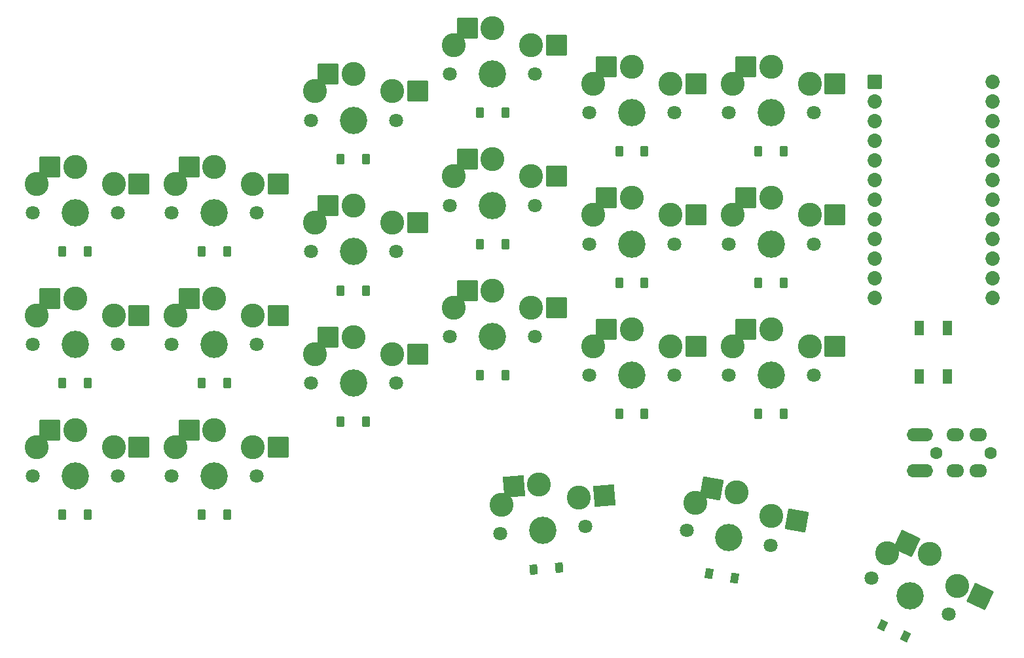
<source format=gbr>
%TF.GenerationSoftware,KiCad,Pcbnew,8.0.7*%
%TF.CreationDate,2024-12-30T14:18:56+04:00*%
%TF.ProjectId,ergoblock,6572676f-626c-46f6-936b-2e6b69636164,v1.0.0*%
%TF.SameCoordinates,Original*%
%TF.FileFunction,Soldermask,Bot*%
%TF.FilePolarity,Negative*%
%FSLAX46Y46*%
G04 Gerber Fmt 4.6, Leading zero omitted, Abs format (unit mm)*
G04 Created by KiCad (PCBNEW 8.0.7) date 2024-12-30 14:18:56*
%MOMM*%
%LPD*%
G01*
G04 APERTURE LIST*
G04 Aperture macros list*
%AMRoundRect*
0 Rectangle with rounded corners*
0 $1 Rounding radius*
0 $2 $3 $4 $5 $6 $7 $8 $9 X,Y pos of 4 corners*
0 Add a 4 corners polygon primitive as box body*
4,1,4,$2,$3,$4,$5,$6,$7,$8,$9,$2,$3,0*
0 Add four circle primitives for the rounded corners*
1,1,$1+$1,$2,$3*
1,1,$1+$1,$4,$5*
1,1,$1+$1,$6,$7*
1,1,$1+$1,$8,$9*
0 Add four rect primitives between the rounded corners*
20,1,$1+$1,$2,$3,$4,$5,0*
20,1,$1+$1,$4,$5,$6,$7,0*
20,1,$1+$1,$6,$7,$8,$9,0*
20,1,$1+$1,$8,$9,$2,$3,0*%
G04 Aperture macros list end*
%ADD10C,1.801800*%
%ADD11C,3.100000*%
%ADD12C,3.529000*%
%ADD13RoundRect,0.050000X-1.300000X-1.300000X1.300000X-1.300000X1.300000X1.300000X-1.300000X1.300000X0*%
%ADD14RoundRect,0.050000X-0.450000X-0.600000X0.450000X-0.600000X0.450000X0.600000X-0.450000X0.600000X0*%
%ADD15RoundRect,0.050000X-1.505993X-1.054507X1.054507X-1.505993X1.505993X1.054507X-1.054507X1.505993X0*%
%ADD16RoundRect,0.050000X-0.876300X0.876300X-0.876300X-0.876300X0.876300X-0.876300X0.876300X0.876300X0*%
%ADD17C,1.852600*%
%ADD18RoundRect,0.050000X-1.181751X-1.408356X1.408356X-1.181751X1.181751X1.408356X-1.408356X1.181751X0*%
%ADD19RoundRect,0.050000X-0.661409X-0.353606X0.154268X-0.733963X0.661409X0.353606X-0.154268X0.733963X0*%
%ADD20RoundRect,0.050000X-0.395994X-0.636937X0.500581X-0.558497X0.395994X0.636937X-0.500581X0.558497X0*%
%ADD21RoundRect,0.050000X-0.547352X-0.512743X0.338975X-0.669026X0.547352X0.512743X-0.338975X0.669026X0*%
%ADD22C,1.600000*%
%ADD23O,2.300000X1.700000*%
%ADD24O,3.400000X1.700000*%
%ADD25RoundRect,0.050000X-1.727604X-0.628796X0.628796X-1.727604X1.727604X0.628796X-0.628796X1.727604X0*%
%ADD26RoundRect,0.050000X-0.550000X0.900000X-0.550000X-0.900000X0.550000X-0.900000X0.550000X0.900000X0*%
G04 APERTURE END LIST*
D10*
%TO.C,S6*%
X162500000Y-116000000D03*
D11*
X163000000Y-112250000D03*
X168000000Y-110050000D03*
X168000000Y-110050000D03*
D12*
X168000000Y-116000000D03*
D11*
X173000000Y-112250000D03*
D10*
X173500000Y-116000000D03*
D13*
X164725000Y-110050000D03*
X176275000Y-112250000D03*
%TD*%
D10*
%TO.C,S1*%
X144500000Y-150000000D03*
D11*
X145000000Y-146250000D03*
X150000000Y-144050000D03*
X150000000Y-144050000D03*
D12*
X150000000Y-150000000D03*
D11*
X155000000Y-146250000D03*
D10*
X155500000Y-150000000D03*
D13*
X146725000Y-144050000D03*
X158275000Y-146250000D03*
%TD*%
D14*
%TO.C,D3*%
X148350000Y-121000000D03*
X151650000Y-121000000D03*
%TD*%
%TO.C,D6*%
X166350000Y-121000000D03*
X169650000Y-121000000D03*
%TD*%
%TO.C,D14*%
X220350000Y-125000000D03*
X223650000Y-125000000D03*
%TD*%
D10*
%TO.C,S10*%
X198500000Y-132000000D03*
D11*
X199000000Y-128250000D03*
X204000000Y-126050000D03*
X204000000Y-126050000D03*
D12*
X204000000Y-132000000D03*
D11*
X209000000Y-128250000D03*
D10*
X209500000Y-132000000D03*
D13*
X200725000Y-126050000D03*
X212275000Y-128250000D03*
%TD*%
D14*
%TO.C,D10*%
X202350000Y-137000000D03*
X205650000Y-137000000D03*
%TD*%
%TO.C,D8*%
X184350000Y-126000000D03*
X187650000Y-126000000D03*
%TD*%
D10*
%TO.C,S20*%
X229083557Y-157044935D03*
D11*
X230227142Y-153438730D03*
X235533207Y-152140394D03*
X235533207Y-152140394D03*
D12*
X234500000Y-158000000D03*
D11*
X240075219Y-155175212D03*
D10*
X239916443Y-158955065D03*
D15*
X232307961Y-151571696D03*
X243300465Y-155743910D03*
%TD*%
D16*
%TO.C,MCU1*%
X253380000Y-99030000D03*
D17*
X253380000Y-101570000D03*
X253380000Y-104110000D03*
X253380000Y-106650000D03*
X253380000Y-109190000D03*
X253380000Y-111730000D03*
X253380000Y-114270000D03*
X253380000Y-116810000D03*
X253380000Y-119350000D03*
X253380000Y-121890000D03*
X253380000Y-124430000D03*
X253380000Y-126970000D03*
X268620000Y-99030000D03*
X268620000Y-101570000D03*
X268620000Y-104110000D03*
X268620000Y-106650000D03*
X268620000Y-109190000D03*
X268620000Y-111730000D03*
X268620000Y-114270000D03*
X268620000Y-116810000D03*
X268620000Y-119350000D03*
X268620000Y-121890000D03*
X268620000Y-124430000D03*
X268620000Y-126970000D03*
%TD*%
D14*
%TO.C,D17*%
X238350000Y-125000000D03*
X241650000Y-125000000D03*
%TD*%
D10*
%TO.C,S14*%
X216500000Y-120000000D03*
D11*
X217000000Y-116250000D03*
X222000000Y-114050000D03*
X222000000Y-114050000D03*
D12*
X222000000Y-120000000D03*
D11*
X227000000Y-116250000D03*
D10*
X227500000Y-120000000D03*
D13*
X218725000Y-114050000D03*
X230275000Y-116250000D03*
%TD*%
D10*
%TO.C,S2*%
X144500000Y-133000000D03*
D11*
X145000000Y-129250000D03*
X150000000Y-127050000D03*
X150000000Y-127050000D03*
D12*
X150000000Y-133000000D03*
D11*
X155000000Y-129250000D03*
D10*
X155500000Y-133000000D03*
D13*
X146725000Y-127050000D03*
X158275000Y-129250000D03*
%TD*%
D10*
%TO.C,S3*%
X144500000Y-116000000D03*
D11*
X145000000Y-112250000D03*
X150000000Y-110050000D03*
X150000000Y-110050000D03*
D12*
X150000000Y-116000000D03*
D11*
X155000000Y-112250000D03*
D10*
X155500000Y-116000000D03*
D13*
X146725000Y-110050000D03*
X158275000Y-112250000D03*
%TD*%
D14*
%TO.C,D12*%
X202350000Y-103000000D03*
X205650000Y-103000000D03*
%TD*%
%TO.C,D13*%
X220350000Y-142000000D03*
X223650000Y-142000000D03*
%TD*%
%TO.C,D11*%
X202350000Y-120000000D03*
X205650000Y-120000000D03*
%TD*%
D10*
%TO.C,S13*%
X216500000Y-137000000D03*
D11*
X217000000Y-133250000D03*
X222000000Y-131050000D03*
X222000000Y-131050000D03*
D12*
X222000000Y-137000000D03*
D11*
X227000000Y-133250000D03*
D10*
X227500000Y-137000000D03*
D13*
X218725000Y-131050000D03*
X230275000Y-133250000D03*
%TD*%
D14*
%TO.C,D1*%
X148350000Y-155000000D03*
X151650000Y-155000000D03*
%TD*%
D10*
%TO.C,S18*%
X234500000Y-103000000D03*
D11*
X235000000Y-99250000D03*
X240000000Y-97050000D03*
X240000000Y-97050000D03*
D12*
X240000000Y-103000000D03*
D11*
X245000000Y-99250000D03*
D10*
X245500000Y-103000000D03*
D13*
X236725000Y-97050000D03*
X248275000Y-99250000D03*
%TD*%
D10*
%TO.C,S4*%
X162500000Y-150000000D03*
D11*
X163000000Y-146250000D03*
X168000000Y-144050000D03*
X168000000Y-144050000D03*
D12*
X168000000Y-150000000D03*
D11*
X173000000Y-146250000D03*
D10*
X173500000Y-150000000D03*
D13*
X164725000Y-144050000D03*
X176275000Y-146250000D03*
%TD*%
D14*
%TO.C,D5*%
X166350000Y-138000000D03*
X169650000Y-138000000D03*
%TD*%
D10*
%TO.C,S9*%
X180500000Y-104000000D03*
D11*
X181000000Y-100250000D03*
X186000000Y-98050000D03*
X186000000Y-98050000D03*
D12*
X186000000Y-104000000D03*
D11*
X191000000Y-100250000D03*
D10*
X191500000Y-104000000D03*
D13*
X182725000Y-98050000D03*
X194275000Y-100250000D03*
%TD*%
D10*
%TO.C,S7*%
X180500000Y-138000000D03*
D11*
X181000000Y-134250000D03*
X186000000Y-132050000D03*
X186000000Y-132050000D03*
D12*
X186000000Y-138000000D03*
D11*
X191000000Y-134250000D03*
D10*
X191500000Y-138000000D03*
D13*
X182725000Y-132050000D03*
X194275000Y-134250000D03*
%TD*%
D10*
%TO.C,S8*%
X180500000Y-121000000D03*
D11*
X181000000Y-117250000D03*
X186000000Y-115050000D03*
X186000000Y-115050000D03*
D12*
X186000000Y-121000000D03*
D11*
X191000000Y-117250000D03*
D10*
X191500000Y-121000000D03*
D13*
X182725000Y-115050000D03*
X194275000Y-117250000D03*
%TD*%
D10*
%TO.C,S19*%
X205020929Y-157479357D03*
D11*
X205192190Y-153700049D03*
X209981423Y-151072642D03*
X209981423Y-151072642D03*
D12*
X210500000Y-157000000D03*
D11*
X215154139Y-152828491D03*
D10*
X215979071Y-156520643D03*
D18*
X206718886Y-151358077D03*
X218416677Y-152543056D03*
%TD*%
D14*
%TO.C,D15*%
X220350000Y-108000000D03*
X223650000Y-108000000D03*
%TD*%
%TO.C,D18*%
X238350000Y-108000000D03*
X241650000Y-108000000D03*
%TD*%
D19*
%TO.C,D21*%
X254391501Y-169334219D03*
X257382317Y-170728859D03*
%TD*%
D14*
%TO.C,D7*%
X184350000Y-143000000D03*
X187650000Y-143000000D03*
%TD*%
%TO.C,D2*%
X148350000Y-138000000D03*
X151650000Y-138000000D03*
%TD*%
D10*
%TO.C,S15*%
X216500000Y-103000000D03*
D11*
X217000000Y-99250000D03*
X222000000Y-97050000D03*
X222000000Y-97050000D03*
D12*
X222000000Y-103000000D03*
D11*
X227000000Y-99250000D03*
D10*
X227500000Y-103000000D03*
D13*
X218725000Y-97050000D03*
X230275000Y-99250000D03*
%TD*%
D10*
%TO.C,S16*%
X234500000Y-137000000D03*
D11*
X235000000Y-133250000D03*
X240000000Y-131050000D03*
X240000000Y-131050000D03*
D12*
X240000000Y-137000000D03*
D11*
X245000000Y-133250000D03*
D10*
X245500000Y-137000000D03*
D13*
X236725000Y-131050000D03*
X248275000Y-133250000D03*
%TD*%
D14*
%TO.C,D9*%
X184350000Y-109000000D03*
X187650000Y-109000000D03*
%TD*%
D20*
%TO.C,D19*%
X209292058Y-162124781D03*
X212579500Y-161837167D03*
%TD*%
D21*
%TO.C,D20*%
X232006826Y-162637520D03*
X235256692Y-163210558D03*
%TD*%
D10*
%TO.C,S12*%
X198500000Y-98000000D03*
D11*
X199000000Y-94250000D03*
X204000000Y-92050000D03*
X204000000Y-92050000D03*
D12*
X204000000Y-98000000D03*
D11*
X209000000Y-94250000D03*
D10*
X209500000Y-98000000D03*
D13*
X200725000Y-92050000D03*
X212275000Y-94250000D03*
%TD*%
D10*
%TO.C,S5*%
X162500000Y-133000000D03*
D11*
X163000000Y-129250000D03*
X168000000Y-127050000D03*
X168000000Y-127050000D03*
D12*
X168000000Y-133000000D03*
D11*
X173000000Y-129250000D03*
D10*
X173500000Y-133000000D03*
D13*
X164725000Y-127050000D03*
X176275000Y-129250000D03*
%TD*%
D10*
%TO.C,S11*%
X198500000Y-115000000D03*
D11*
X199000000Y-111250000D03*
X204000000Y-109050000D03*
X204000000Y-109050000D03*
D12*
X204000000Y-115000000D03*
D11*
X209000000Y-111250000D03*
D10*
X209500000Y-115000000D03*
D13*
X200725000Y-109050000D03*
X212275000Y-111250000D03*
%TD*%
D14*
%TO.C,D4*%
X166350000Y-155000000D03*
X169650000Y-155000000D03*
%TD*%
D22*
%TO.C,TRRS1*%
X268400000Y-147000000D03*
X261400000Y-147000000D03*
D23*
X266800000Y-144700000D03*
X266800000Y-149300000D03*
X263800000Y-144700000D03*
X263800000Y-149300000D03*
D24*
X259250000Y-144700000D03*
X259250000Y-149300000D03*
%TD*%
D10*
%TO.C,S21*%
X253015307Y-163175600D03*
D11*
X255053280Y-159988254D03*
X260514579Y-160107469D03*
X260514579Y-160107469D03*
D12*
X258000000Y-165500000D03*
D11*
X264116357Y-164214437D03*
D10*
X262984693Y-167824400D03*
D25*
X257546421Y-158723394D03*
X267084515Y-165598512D03*
%TD*%
D10*
%TO.C,S17*%
X234500000Y-120000000D03*
D11*
X235000000Y-116250000D03*
X240000000Y-114050000D03*
X240000000Y-114050000D03*
D12*
X240000000Y-120000000D03*
D11*
X245000000Y-116250000D03*
D10*
X245500000Y-120000000D03*
D13*
X236725000Y-114050000D03*
X248275000Y-116250000D03*
%TD*%
D26*
%TO.C,B2*%
X262850000Y-130900000D03*
X262850000Y-137100000D03*
X259150000Y-130900000D03*
X259150000Y-137100000D03*
%TD*%
D14*
%TO.C,D16*%
X238350000Y-142000000D03*
X241650000Y-142000000D03*
%TD*%
M02*

</source>
